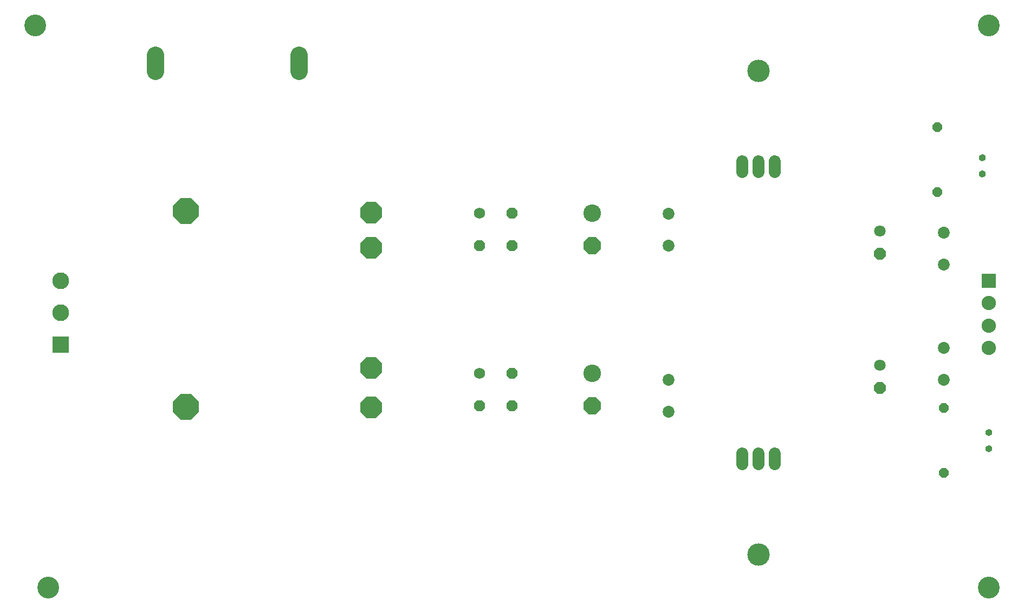
<source format=gts>
G75*
G70*
%OFA0B0*%
%FSLAX24Y24*%
%IPPOS*%
%LPD*%
%AMOC8*
5,1,8,0,0,1.08239X$1,22.5*
%
%ADD10C,0.1080*%
%ADD11C,0.1340*%
%ADD12R,0.1030X0.1030*%
%ADD13C,0.1030*%
%ADD14C,0.0680*%
%ADD15OC8,0.0680*%
%ADD16C,0.1080*%
%ADD17OC8,0.1080*%
%ADD18OC8,0.0710*%
%ADD19C,0.0710*%
%ADD20C,0.0730*%
%ADD21C,0.0050*%
%ADD22OC8,0.0600*%
%ADD23R,0.0880X0.0880*%
%ADD24C,0.0880*%
%ADD25C,0.0740*%
%ADD26C,0.1380*%
%ADD27OC8,0.1330*%
%ADD28OC8,0.1580*%
D10*
X009531Y034327D02*
X009531Y035327D01*
X018391Y035327D02*
X018391Y034327D01*
D11*
X002937Y002544D03*
X002150Y037189D03*
X060811Y037189D03*
X060811Y002544D03*
D12*
X003725Y017504D03*
D13*
X003725Y019473D03*
X003725Y021441D03*
D14*
X029496Y025591D03*
X029496Y015748D03*
D15*
X031496Y015748D03*
X031496Y013748D03*
X029496Y013748D03*
X029496Y023591D03*
X031496Y023591D03*
X031496Y025591D03*
D16*
X036402Y025591D03*
X036402Y015748D03*
D17*
X036402Y013748D03*
X036402Y023591D03*
D18*
X054118Y023103D03*
X054118Y014836D03*
D19*
X054118Y016236D03*
X054118Y024503D03*
D20*
X058055Y024394D03*
X058055Y022426D03*
X058055Y017307D03*
X058055Y015339D03*
X041126Y015339D03*
X041126Y013370D03*
X041126Y023607D03*
X041126Y025575D03*
D21*
X060242Y028028D02*
X060247Y028067D01*
X060260Y028104D01*
X060282Y028138D01*
X060311Y028165D01*
X060345Y028186D01*
X060382Y028198D01*
X060422Y028202D01*
X060460Y028197D01*
X060496Y028184D01*
X060529Y028163D01*
X060556Y028136D01*
X060576Y028103D01*
X060589Y028066D01*
X060593Y028028D01*
X060589Y027990D01*
X060577Y027953D01*
X060558Y027920D01*
X060531Y027893D01*
X060499Y027872D01*
X060464Y027858D01*
X060426Y027853D01*
X060386Y027856D01*
X060347Y027869D01*
X060313Y027889D01*
X060284Y027917D01*
X060261Y027950D01*
X060247Y027988D01*
X060242Y028028D01*
X060244Y028045D02*
X060591Y028045D01*
X060590Y027997D02*
X060246Y027997D01*
X060263Y027948D02*
X060574Y027948D01*
X060538Y027900D02*
X060302Y027900D01*
X060257Y028094D02*
X060579Y028094D01*
X060549Y028142D02*
X060287Y028142D01*
X060360Y028191D02*
X060477Y028191D01*
X060426Y028853D02*
X060386Y028856D01*
X060347Y028869D01*
X060313Y028889D01*
X060284Y028917D01*
X060261Y028950D01*
X060247Y028988D01*
X060242Y029028D01*
X060247Y029067D01*
X060260Y029104D01*
X060282Y029138D01*
X060311Y029165D01*
X060345Y029186D01*
X060382Y029198D01*
X060422Y029202D01*
X060460Y029197D01*
X060496Y029184D01*
X060529Y029163D01*
X060556Y029136D01*
X060576Y029103D01*
X060589Y029066D01*
X060593Y029028D01*
X060589Y028990D01*
X060577Y028953D01*
X060558Y028920D01*
X060531Y028893D01*
X060499Y028872D01*
X060464Y028858D01*
X060426Y028853D01*
X060497Y028871D02*
X060344Y028871D01*
X060282Y028919D02*
X060557Y028919D01*
X060582Y028968D02*
X060255Y028968D01*
X060243Y029016D02*
X060592Y029016D01*
X060589Y029065D02*
X060246Y029065D01*
X060266Y029113D02*
X060570Y029113D01*
X060530Y029162D02*
X060307Y029162D01*
X060815Y012273D02*
X060854Y012268D01*
X060890Y012255D01*
X060923Y012234D01*
X060950Y012207D01*
X060970Y012174D01*
X060982Y012137D01*
X060986Y012099D01*
X060983Y012061D01*
X060971Y012024D01*
X060952Y011991D01*
X060925Y011964D01*
X060893Y011942D01*
X060857Y011929D01*
X060774Y011929D01*
X060779Y011927D02*
X060741Y011940D01*
X060706Y011960D01*
X060677Y011988D01*
X060655Y012021D01*
X060641Y012059D01*
X060635Y012099D01*
X060640Y012138D01*
X060654Y012175D01*
X060676Y012208D01*
X060704Y012236D01*
X060738Y012256D01*
X060776Y012269D01*
X060815Y012273D01*
X060848Y012269D02*
X060775Y012269D01*
X060688Y012220D02*
X060936Y012220D01*
X060971Y012172D02*
X060653Y012172D01*
X060638Y012123D02*
X060984Y012123D01*
X060984Y012075D02*
X060639Y012075D01*
X060653Y012026D02*
X060972Y012026D01*
X060938Y011977D02*
X060688Y011977D01*
X060779Y011927D02*
X060819Y011924D01*
X060857Y011929D01*
X060815Y011273D02*
X060854Y011268D01*
X060890Y011255D01*
X060923Y011234D01*
X060950Y011207D01*
X060970Y011174D01*
X060982Y011137D01*
X060986Y011099D01*
X060983Y011061D01*
X060971Y011024D01*
X060952Y010991D01*
X060925Y010964D01*
X060893Y010942D01*
X060857Y010929D01*
X060819Y010924D01*
X060779Y010927D01*
X060741Y010940D01*
X060706Y010960D01*
X060677Y010988D01*
X060655Y011021D01*
X060641Y011059D01*
X060635Y011099D01*
X060640Y011138D01*
X060654Y011175D01*
X060676Y011208D01*
X060704Y011236D01*
X060738Y011256D01*
X060776Y011269D01*
X060815Y011273D01*
X060899Y011249D02*
X060726Y011249D01*
X060671Y011201D02*
X060953Y011201D01*
X060977Y011152D02*
X060646Y011152D01*
X060636Y011104D02*
X060986Y011104D01*
X060981Y011055D02*
X060642Y011055D01*
X060665Y011007D02*
X060961Y011007D01*
X060917Y010958D02*
X060710Y010958D01*
D22*
X058055Y009599D03*
X058055Y013599D03*
X057662Y026922D03*
X057662Y030922D03*
D23*
X060811Y021441D03*
D24*
X060811Y020063D03*
X060811Y018685D03*
X060811Y017307D03*
D25*
X047638Y010811D02*
X047638Y010151D01*
X046638Y010151D02*
X046638Y010811D01*
X045638Y010811D02*
X045638Y010151D01*
X045638Y028135D02*
X045638Y028795D01*
X046638Y028795D02*
X046638Y028135D01*
X047638Y028135D02*
X047638Y028795D01*
D26*
X046638Y034365D03*
X046638Y004581D03*
D27*
X022818Y013643D03*
X022818Y016085D03*
X022818Y023490D03*
X022818Y025657D03*
D28*
X011403Y025736D03*
X011403Y013682D03*
M02*

</source>
